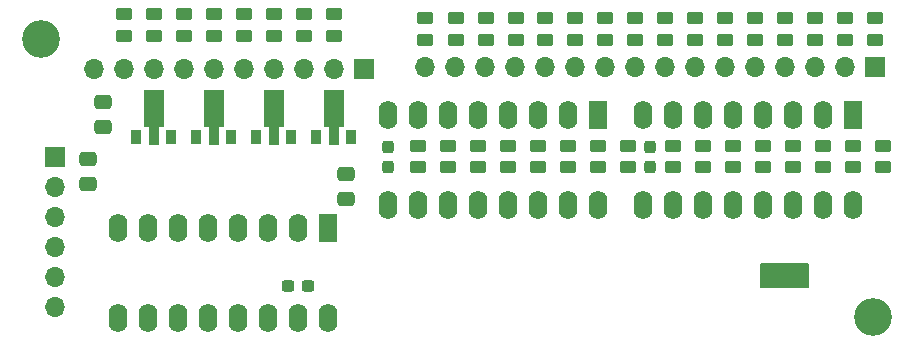
<source format=gbs>
%TF.GenerationSoftware,KiCad,Pcbnew,7.0.1-3b83917a11~172~ubuntu22.10.1*%
%TF.CreationDate,2023-10-02T08:25:51+02:00*%
%TF.ProjectId,hall_sensor_matrix_v2,68616c6c-5f73-4656-9e73-6f725f6d6174,revA*%
%TF.SameCoordinates,Original*%
%TF.FileFunction,Soldermask,Bot*%
%TF.FilePolarity,Negative*%
%FSLAX46Y46*%
G04 Gerber Fmt 4.6, Leading zero omitted, Abs format (unit mm)*
G04 Created by KiCad (PCBNEW 7.0.1-3b83917a11~172~ubuntu22.10.1) date 2023-10-02 08:25:51*
%MOMM*%
%LPD*%
G01*
G04 APERTURE LIST*
G04 Aperture macros list*
%AMRoundRect*
0 Rectangle with rounded corners*
0 $1 Rounding radius*
0 $2 $3 $4 $5 $6 $7 $8 $9 X,Y pos of 4 corners*
0 Add a 4 corners polygon primitive as box body*
4,1,4,$2,$3,$4,$5,$6,$7,$8,$9,$2,$3,0*
0 Add four circle primitives for the rounded corners*
1,1,$1+$1,$2,$3*
1,1,$1+$1,$4,$5*
1,1,$1+$1,$6,$7*
1,1,$1+$1,$8,$9*
0 Add four rect primitives between the rounded corners*
20,1,$1+$1,$2,$3,$4,$5,0*
20,1,$1+$1,$4,$5,$6,$7,0*
20,1,$1+$1,$6,$7,$8,$9,0*
20,1,$1+$1,$8,$9,$2,$3,0*%
%AMFreePoly0*
4,1,9,3.862500,-0.866500,0.737500,-0.866500,0.737500,-0.450000,-0.737500,-0.450000,-0.737500,0.450000,0.737500,0.450000,0.737500,0.866500,3.862500,0.866500,3.862500,-0.866500,3.862500,-0.866500,$1*%
G04 Aperture macros list end*
%ADD10C,0.150000*%
%ADD11C,3.200000*%
%ADD12R,1.600000X2.400000*%
%ADD13O,1.600000X2.400000*%
%ADD14R,1.700000X1.700000*%
%ADD15O,1.700000X1.700000*%
%ADD16RoundRect,0.237500X0.237500X-0.300000X0.237500X0.300000X-0.237500X0.300000X-0.237500X-0.300000X0*%
%ADD17RoundRect,0.250000X0.450000X-0.262500X0.450000X0.262500X-0.450000X0.262500X-0.450000X-0.262500X0*%
%ADD18RoundRect,0.250000X-0.450000X0.262500X-0.450000X-0.262500X0.450000X-0.262500X0.450000X0.262500X0*%
%ADD19RoundRect,0.250000X0.475000X-0.337500X0.475000X0.337500X-0.475000X0.337500X-0.475000X-0.337500X0*%
%ADD20R,0.900000X1.300000*%
%ADD21FreePoly0,90.000000*%
%ADD22RoundRect,0.237500X0.300000X0.237500X-0.300000X0.237500X-0.300000X-0.237500X0.300000X-0.237500X0*%
G04 APERTURE END LIST*
D10*
X102000000Y-82000000D02*
X106000000Y-82000000D01*
X106000000Y-84000000D01*
X102000000Y-84000000D01*
X102000000Y-82000000D01*
G36*
X102000000Y-82000000D02*
G01*
X106000000Y-82000000D01*
X106000000Y-84000000D01*
X102000000Y-84000000D01*
X102000000Y-82000000D01*
G37*
D11*
%TO.C,H2*%
X111500000Y-86500000D03*
%TD*%
%TO.C,H1*%
X41000000Y-63000000D03*
%TD*%
D12*
%TO.C,U1*%
X65305000Y-78947500D03*
D13*
X62765000Y-78947500D03*
X60225000Y-78947500D03*
X57685000Y-78947500D03*
X55145000Y-78947500D03*
X52605000Y-78947500D03*
X50065000Y-78947500D03*
X47525000Y-78947500D03*
X47525000Y-86567500D03*
X50065000Y-86567500D03*
X52605000Y-86567500D03*
X55145000Y-86567500D03*
X57685000Y-86567500D03*
X60225000Y-86567500D03*
X62765000Y-86567500D03*
X65305000Y-86567500D03*
%TD*%
D14*
%TO.C,J3*%
X111660000Y-65316000D03*
D15*
X109120000Y-65316000D03*
X106580000Y-65316000D03*
X104040000Y-65316000D03*
X101500000Y-65316000D03*
X98960000Y-65316000D03*
X96420000Y-65316000D03*
X93880000Y-65316000D03*
X91340000Y-65316000D03*
X88800000Y-65316000D03*
X86260000Y-65316000D03*
X83720000Y-65316000D03*
X81180000Y-65316000D03*
X78640000Y-65316000D03*
X76100000Y-65316000D03*
X73560000Y-65316000D03*
%TD*%
D12*
%TO.C,U3*%
X88150000Y-69380000D03*
D13*
X85610000Y-69380000D03*
X83070000Y-69380000D03*
X80530000Y-69380000D03*
X77990000Y-69380000D03*
X75450000Y-69380000D03*
X72910000Y-69380000D03*
X70370000Y-69380000D03*
X70370000Y-77000000D03*
X72910000Y-77000000D03*
X75450000Y-77000000D03*
X77990000Y-77000000D03*
X80530000Y-77000000D03*
X83070000Y-77000000D03*
X85610000Y-77000000D03*
X88150000Y-77000000D03*
%TD*%
D12*
%TO.C,U2*%
X109740000Y-69380000D03*
D13*
X107200000Y-69380000D03*
X104660000Y-69380000D03*
X102120000Y-69380000D03*
X99580000Y-69380000D03*
X97040000Y-69380000D03*
X94500000Y-69380000D03*
X91960000Y-69380000D03*
X91960000Y-77000000D03*
X94500000Y-77000000D03*
X97040000Y-77000000D03*
X99580000Y-77000000D03*
X102120000Y-77000000D03*
X104660000Y-77000000D03*
X107200000Y-77000000D03*
X109740000Y-77000000D03*
%TD*%
D14*
%TO.C,J1*%
X42191000Y-72936000D03*
D15*
X42191000Y-75476000D03*
X42191000Y-78016000D03*
X42191000Y-80556000D03*
X42191000Y-83096000D03*
X42191000Y-85636000D03*
%TD*%
D14*
%TO.C,J2*%
X68353000Y-65485500D03*
D15*
X65813000Y-65485500D03*
X63273000Y-65485500D03*
X60733000Y-65485500D03*
X58193000Y-65485500D03*
X55653000Y-65485500D03*
X53113000Y-65485500D03*
X50573000Y-65485500D03*
X48033000Y-65485500D03*
X45493000Y-65485500D03*
%TD*%
D16*
%TO.C,C1*%
X70385000Y-73798500D03*
X70385000Y-72073500D03*
%TD*%
D17*
%TO.C,R20*%
X104675000Y-73848500D03*
X104675000Y-72023500D03*
%TD*%
%TO.C,R43*%
X86260000Y-63053500D03*
X86260000Y-61228500D03*
%TD*%
D18*
%TO.C,R11*%
X53113000Y-60863500D03*
X53113000Y-62688500D03*
%TD*%
D17*
%TO.C,R39*%
X96420000Y-63053500D03*
X96420000Y-61228500D03*
%TD*%
%TO.C,R46*%
X78675000Y-63053500D03*
X78675000Y-61228500D03*
%TD*%
D19*
%TO.C,C2*%
X44985000Y-75243500D03*
X44985000Y-73168500D03*
%TD*%
D17*
%TO.C,R29*%
X80545000Y-73848500D03*
X80545000Y-72023500D03*
%TD*%
D18*
%TO.C,R3*%
X63273000Y-60863500D03*
X63273000Y-62688500D03*
%TD*%
D17*
%TO.C,R48*%
X73560000Y-63053500D03*
X73560000Y-61228500D03*
%TD*%
D18*
%TO.C,R7*%
X58193000Y-60863500D03*
X58193000Y-62688500D03*
%TD*%
D17*
%TO.C,R42*%
X88800000Y-63053500D03*
X88800000Y-61228500D03*
%TD*%
%TO.C,R33*%
X111660000Y-63053500D03*
X111660000Y-61228500D03*
%TD*%
%TO.C,R18*%
X109755000Y-73848500D03*
X109755000Y-72023500D03*
%TD*%
%TO.C,R24*%
X94515000Y-73848500D03*
X94515000Y-72023500D03*
%TD*%
%TO.C,R40*%
X93880000Y-63053500D03*
X93880000Y-61228500D03*
%TD*%
%TO.C,R37*%
X101500000Y-63053500D03*
X101500000Y-61228500D03*
%TD*%
%TO.C,R22*%
X99595000Y-73848500D03*
X99595000Y-72023500D03*
%TD*%
D16*
%TO.C,C5*%
X92610000Y-73798500D03*
X92610000Y-72073500D03*
%TD*%
D17*
%TO.C,R25*%
X90705000Y-73848500D03*
X90705000Y-72023500D03*
%TD*%
%TO.C,R32*%
X72925000Y-73848500D03*
X72925000Y-72023500D03*
%TD*%
%TO.C,R23*%
X97055000Y-73848500D03*
X97055000Y-72023500D03*
%TD*%
%TO.C,R45*%
X81215000Y-63053500D03*
X81215000Y-61228500D03*
%TD*%
%TO.C,R34*%
X109120000Y-63053500D03*
X109120000Y-61228500D03*
%TD*%
D20*
%TO.C,Q1*%
X67313000Y-71245500D03*
D21*
X65813000Y-71158000D03*
D20*
X64313000Y-71245500D03*
%TD*%
D17*
%TO.C,R19*%
X107215000Y-73848500D03*
X107215000Y-72023500D03*
%TD*%
D20*
%TO.C,Q3*%
X62233000Y-71245500D03*
D21*
X60733000Y-71158000D03*
D20*
X59233000Y-71245500D03*
%TD*%
D17*
%TO.C,R27*%
X85625000Y-73848500D03*
X85625000Y-72023500D03*
%TD*%
%TO.C,R31*%
X75465000Y-73848500D03*
X75465000Y-72023500D03*
%TD*%
D19*
%TO.C,C4*%
X66829000Y-76513500D03*
X66829000Y-74438500D03*
%TD*%
D17*
%TO.C,R47*%
X76135000Y-63053500D03*
X76135000Y-61228500D03*
%TD*%
%TO.C,R17*%
X112295000Y-73848500D03*
X112295000Y-72023500D03*
%TD*%
D18*
%TO.C,R13*%
X50573000Y-60863500D03*
X50573000Y-62688500D03*
%TD*%
D17*
%TO.C,R38*%
X98960000Y-63053500D03*
X98960000Y-61228500D03*
%TD*%
D18*
%TO.C,R1*%
X65813000Y-60863500D03*
X65813000Y-62688500D03*
%TD*%
D20*
%TO.C,Q7*%
X52073000Y-71245500D03*
D21*
X50573000Y-71158000D03*
D20*
X49073000Y-71245500D03*
%TD*%
D17*
%TO.C,R44*%
X83720000Y-63053500D03*
X83720000Y-61228500D03*
%TD*%
%TO.C,R30*%
X78005000Y-73848500D03*
X78005000Y-72023500D03*
%TD*%
%TO.C,R26*%
X88165000Y-73848500D03*
X88165000Y-72023500D03*
%TD*%
D18*
%TO.C,R5*%
X60733000Y-60863500D03*
X60733000Y-62688500D03*
%TD*%
D17*
%TO.C,R41*%
X91340000Y-63053500D03*
X91340000Y-61228500D03*
%TD*%
D19*
%TO.C,C6*%
X46255000Y-70417500D03*
X46255000Y-68342500D03*
%TD*%
D20*
%TO.C,Q5*%
X57153000Y-71245500D03*
D21*
X55653000Y-71158000D03*
D20*
X54153000Y-71245500D03*
%TD*%
D22*
%TO.C,C3*%
X63627500Y-83858000D03*
X61902500Y-83858000D03*
%TD*%
D17*
%TO.C,R35*%
X106580000Y-63053500D03*
X106580000Y-61228500D03*
%TD*%
%TO.C,R21*%
X102135000Y-73848500D03*
X102135000Y-72023500D03*
%TD*%
%TO.C,R36*%
X104040000Y-63053500D03*
X104040000Y-61228500D03*
%TD*%
D18*
%TO.C,R9*%
X55653000Y-60863500D03*
X55653000Y-62688500D03*
%TD*%
%TO.C,R15*%
X48033000Y-60863500D03*
X48033000Y-62688500D03*
%TD*%
D17*
%TO.C,R28*%
X83085000Y-73848500D03*
X83085000Y-72023500D03*
%TD*%
M02*

</source>
